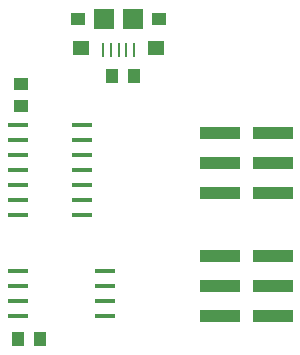
<source format=gbr>
G04 DipTrace 3.0.0.2*
G04 TopPaste.gbr*
%MOIN*%
G04 #@! TF.FileFunction,Paste,Top*
G04 #@! TF.Part,Single*
%ADD43R,0.07074X0.015622*%
%ADD47R,0.136882X0.042*%
%ADD49R,0.066803X0.066803*%
%ADD51R,0.049087X0.043181*%
%ADD53R,0.054992X0.047118*%
%ADD55R,0.007748X0.04515*%
%ADD57R,0.051055X0.043181*%
%ADD59R,0.043181X0.051055*%
%FSLAX26Y26*%
G04*
G70*
G90*
G75*
G01*
G04 TopPaste*
%LPD*%
D59*
X1106500Y1406500D3*
X1031697D3*
D57*
X731402Y1306598D3*
Y1381402D3*
D59*
X719098Y531598D3*
X793902D3*
D55*
X1106500Y1494000D3*
X1080909D3*
X1055319D3*
X1029728D3*
X1004138D3*
D53*
X1181303Y1502858D3*
X929335D3*
D51*
X1190161Y1599315D3*
X920476D3*
D49*
X1102563D3*
X1008075D3*
D47*
X1394000Y1219000D3*
Y1119000D3*
Y1019000D3*
X1568803D3*
Y1119000D3*
Y1219000D3*
X1394000Y806500D3*
Y706500D3*
Y606500D3*
X1568803D3*
Y706500D3*
Y806500D3*
D43*
X719000Y1244000D3*
Y1194000D3*
Y1144000D3*
Y1094000D3*
Y1044000D3*
Y994000D3*
Y944000D3*
X931598D3*
Y994000D3*
Y1044000D3*
Y1094000D3*
Y1144000D3*
Y1194000D3*
Y1244000D3*
X1010339Y606500D3*
Y656500D3*
Y706500D3*
Y756500D3*
X719000D3*
Y706500D3*
Y656500D3*
Y606500D3*
G04 BotPaste*
M02*

</source>
